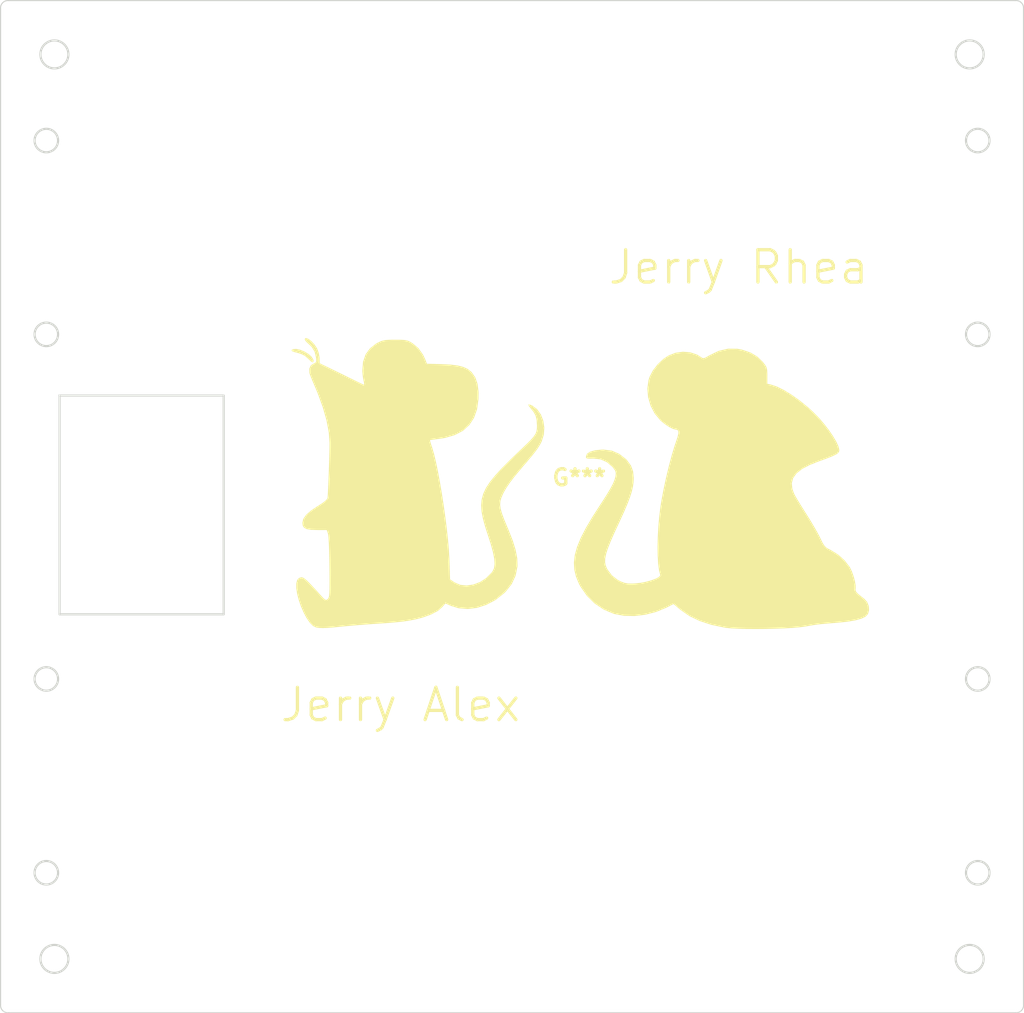
<source format=kicad_pcb>
(kicad_pcb (version 20221018) (generator pcbnew)
  (layers (0 "F.Cu" signal) (31 "B.Cu" signal) (34 "B.Paste" user) (35 "F.Paste" user) (36 "B.SilkS" user "B.Silkscreen") (37 "F.SilkS" user "F.Silkscreen") (38 "B.Mask" user) (39 "F.Mask" user) (44 "Edge.Cuts" user))
  (net 0 "")
  (footprint "jerry:jerry_himself" (layer "F.Cu") (at 78.74 114.3)
    (fp_text reference "G***" (at 0 0) (layer "F.SilkS") (effects (font (size 1.5 1.5) (thickness 0.3))))
    (fp_text value "LOGO" hide)
    (fp_poly (pts (xy -26.296939 -11.951594) (xy -25.901292 -11.871482) (xy -25.493146 -11.698064) (xy -25.121717 -11.464259) (xy -24.836221 -11.202984) (xy -24.685874 -10.947155) (xy -24.674286 -10.866318) (xy -24.702391 -10.714923) (xy -24.800817 -10.708512) (xy -24.990733 -10.8543) (xy -25.176626 -11.037552) (xy -25.452654 -11.279427) (xy -25.768255 -11.45317) (xy -26.190014 -11.590711) (xy -26.470018 -11.657778) (xy -26.682712 -11.745339) (xy -26.714538 -11.846987) (xy -26.586092 -11.927759) (xy -26.317969 -11.952694)) (fill solid) (layer "F.SilkS"))
    (fp_poly (pts (xy 14.681297 -11.965681) (xy 15.140756 -11.877617) (xy 15.913968 -11.611434) (xy 16.539976 -11.236844) (xy 17.061809 -10.727933) (xy 17.07374 -10.713451) (xy 17.279307 -10.44987) (xy 17.397543 -10.236375) (xy 17.452508 -9.997434) (xy 17.468265 -9.657513) (xy 17.468979 -9.472747) (xy 17.468979 -8.714162) (xy 17.78 -8.647622) (xy 18.337586 -8.464543) (xy 18.993804 -8.142186) (xy 19.715875 -7.701656) (xy 20.471019 -7.164061) (xy 21.226458 -6.550509) (xy 21.698436 -6.124442) (xy 22.212602 -5.603301) (xy 22.70869 -5.033298) (xy 23.164921 -4.446149) (xy 23.559515 -3.873572) (xy 23.870694 -3.347284) (xy 24.076679 -2.899004) (xy 24.155689 -2.560448) (xy 24.155918 -2.545553) (xy 24.130332 -2.405876) (xy 24.03726 -2.276401) (xy 23.852234 -2.143753) (xy 23.550784 -1.994556) (xy 23.10844 -1.815435) (xy 22.500732 -1.593015) (xy 22.253431 -1.505622) (xy 21.360732 -1.149981) (xy 20.669169 -0.777093) (xy 20.172741 -0.379036) (xy 19.865446 0.052111) (xy 19.741285 0.524269) (xy 19.794255 1.045362) (xy 19.965546 1.514492) (xy 20.085953 1.739937) (xy 20.295695 2.098522) (xy 20.570434 2.549978) (xy 20.885831 3.054035) (xy 21.076771 3.353024) (xy 21.428606 3.914231) (xy 21.774212 4.491253) (xy 22.081743 5.029178) (xy 22.319355 5.473091) (xy 22.391509 5.620137) (xy 22.587593 6.024526) (xy 22.744802 6.290383) (xy 22.908443 6.468665) (xy 23.123823 6.610331) (xy 23.391508 6.744873) (xy 24.040952 7.146185) (xy 24.63583 7.67876) (xy 25.104064 8.27678) (xy 25.147413 8.34827) (xy 25.322829 8.713303) (xy 25.480162 9.156071) (xy 25.602219 9.611564) (xy 25.671803 10.01477) (xy 25.67172 10.30068) (xy 25.668106 10.31687) (xy 25.658093 10.46377) (xy 25.724193 10.612349) (xy 25.892912 10.793388) (xy 26.190756 11.037666) (xy 26.4694 11.247341) (xy 26.738194 11.54666) (xy 26.88902 11.922589) (xy 26.917143 12.316161) (xy 26.817827 12.668408) (xy 26.602895 12.909902) (xy 26.199818 13.104014) (xy 25.631832 13.262174) (xy 24.885141 13.387396) (xy 24.000408 13.478374) (xy 23.31882 13.53371) (xy 22.798594 13.578271) (xy 22.394375 13.617418) (xy 22.060805 13.656513) (xy 21.752528 13.70092) (xy 21.42419 13.756) (xy 21.030433 13.827115) (xy 20.993877 13.833817) (xy 20.501314 13.901599) (xy 19.846514 13.958536) (xy 19.069738 14.004039) (xy 18.211244 14.037518) (xy 17.311291 14.058385) (xy 16.41014 14.066049) (xy 15.548051 14.059922) (xy 14.765282 14.039415) (xy 14.102093 14.003938) (xy 13.598743 13.952902) (xy 13.534148 13.942995) (xy 12.268602 13.677056) (xy 11.172218 13.318208) (xy 10.224953 12.858364) (xy 9.406767 12.289436) (xy 9.378541 12.266048) (xy 8.752593 11.744179) (xy 8.082623 12.087983) (xy 7.147565 12.478289) (xy 6.146019 12.736993) (xy 5.128222 12.858324) (xy 4.144411 12.836513) (xy 3.244823 12.665791) (xy 3.191401 12.649693) (xy 2.267572 12.258365) (xy 1.428021 11.691092) (xy 0.699547 10.971152) (xy 0.108949 10.121822) (xy -0.037316 9.845316) (xy -0.303272 9.203087) (xy -0.458135 8.561191) (xy -0.49711 7.900816) (xy -0.415402 7.203152) (xy -0.208216 6.44939) (xy 0.129243 5.620718) (xy 0.60177 4.698327) (xy 1.21416 3.663406) (xy 1.751826 2.82673) (xy 2.245175 2.070292) (xy 2.630179 1.457508) (xy 2.920012 0.964025) (xy 3.127852 0.565493) (xy 3.266874 0.23756) (xy 3.350253 -0.044125) (xy 3.374822 -0.172861) (xy 3.394745 -0.429237) (xy 3.337765 -0.635874) (xy 3.174047 -0.873263) (xy 3.068765 -0.998612) (xy 2.566772 -1.432126) (xy 1.97192 -1.690764) (xy 1.354861 -1.759924) (xy 0.973301 -1.750896) (xy 0.754054 -1.763917) (xy 0.652323 -1.811038) (xy 0.623315 -1.904314) (xy 0.62204 -1.957102) (xy 0.719866 -2.211338) (xy 1.003995 -2.406579) (xy 1.460402 -2.537328) (xy 2.075063 -2.598086) (xy 2.26652 -2.601778) (xy 3.017397 -2.505233) (xy 3.709423 -2.212227) (xy 4.330274 -1.728361) (xy 4.440185 -1.614213) (xy 4.80021 -1.123177) (xy 5.003716 -0.580008) (xy 5.064694 0.06201) (xy 5.047806 0.414694) (xy 4.991274 0.836391) (xy 4.883517 1.299372) (xy 4.714905 1.83048) (xy 4.475812 2.456555) (xy 4.15661 3.20444) (xy 3.747671 4.100975) (xy 3.653344 4.302449) (xy 3.231703 5.214817) (xy 2.902683 5.967513) (xy 2.660761 6.583514) (xy 2.500413 7.085798) (xy 2.416117 7.497341) (xy 2.402349 7.841121) (xy 2.453585 8.140114) (xy 2.564304 8.417296) (xy 2.633775 8.543953) (xy 3.030655 9.07373) (xy 3.538273 9.471097) (xy 3.919477 9.666346) (xy 4.21469 9.775691) (xy 4.517698 9.829941) (xy 4.903275 9.83808) (xy 5.226061 9.823351) (xy 5.719586 9.768614) (xy 6.21937 9.670024) (xy 6.687063 9.540772) (xy 7.084312 9.394051) (xy 7.37277 9.243053) (xy 7.514085 9.10097) (xy 7.516827 9.03535) (xy 7.406408 8.607182) (xy 7.329263 8.008379) (xy 7.284895 7.272888) (xy 7.272804 6.434652) (xy 7.292492 5.527615) (xy 7.343462 4.585723) (xy 7.425213 3.642919) (xy 7.537249 2.733148) (xy 7.616774 2.22898) (xy 7.815495 1.167785) (xy 8.047916 0.078226) (xy 8.301523 -0.988643) (xy 8.563801 -1.981765) (xy 8.822238 -2.850085) (xy 8.967863 -3.28323) (xy 9.133886 -3.785471) (xy 9.210817 -4.127091) (xy 9.198086 -4.334973) (xy 9.095121 -4.435998) (xy 8.94289 -4.457959) (xy 8.686462 -4.525163) (xy 8.336671 -4.704828) (xy 7.947992 -4.964031) (xy 7.574903 -5.269852) (xy 7.529639 -5.312025) (xy 7.005989 -5.938128) (xy 6.623718 -6.668167) (xy 6.393501 -7.459008) (xy 6.326013 -8.267516) (xy 6.431932 -9.050558) (xy 6.528697 -9.356184) (xy 6.839524 -9.952661) (xy 7.295062 -10.535152) (xy 7.838724 -11.039955) (xy 8.292022 -11.341229) (xy 8.93926 -11.593383) (xy 9.630882 -11.689901) (xy 10.314751 -11.633066) (xy 10.938731 -11.425163) (xy 11.287692 -11.209956) (xy 11.427934 -11.113108) (xy 11.552563 -11.087051) (xy 11.718888 -11.142885) (xy 11.984221 -11.291709) (xy 12.115009 -11.370184) (xy 12.961655 -11.773514) (xy 13.819286 -11.972382)) (fill solid) (layer "F.SilkS"))
    (fp_poly (pts (xy -25.137608 -12.877281) (xy -24.866314 -12.663722) (xy -24.592578 -12.366733) (xy -24.366745 -12.034539) (xy -24.341402 -11.987163) (xy -24.197243 -11.600138) (xy -24.117557 -11.179723) (xy -24.112683 -11.091271) (xy -24.104082 -10.62295) (xy -22.09782 -9.639842) (xy -21.50282 -9.348728) (xy -20.969869 -9.088824) (xy -20.527361 -8.873907) (xy -20.203693 -8.717756) (xy -20.027261 -8.634149) (xy -20.005009 -8.624369) (xy -19.97466 -8.690289) (xy -20.003944 -8.894324) (xy -20.02599 -8.981444) (xy -20.091107 -9.318588) (xy -20.135542 -9.737068) (xy -20.145344 -9.946871) (xy -20.07902 -10.750468) (xy -19.843999 -11.433871) (xy -19.439431 -11.998628) (xy -18.864465 -12.446283) (xy -18.72849 -12.52214) (xy -18.465127 -12.650813) (xy -18.224491 -12.733189) (xy -17.948022 -12.779381) (xy -17.57716 -12.7995) (xy -17.097993 -12.803673) (xy -16.599559 -12.8001) (xy -16.252625 -12.782093) (xy -16.001372 -12.738718) (xy -15.789981 -12.659043) (xy -15.562634 -12.532135) (xy -15.492739 -12.48926) (xy -14.934765 -12.023972) (xy -14.491868 -11.395053) (xy -14.293199 -10.962532) (xy -14.142588 -10.57282) (xy -12.799253 -10.537755) (xy -11.958138 -10.495313) (xy -11.291191 -10.411504) (xy -10.7679 -10.278119) (xy -10.357756 -10.086952) (xy -10.030246 -9.829794) (xy -9.981315 -9.77969) (xy -9.647853 -9.30077) (xy -9.438129 -8.693985) (xy -9.347806 -7.942184) (xy -9.354321 -7.30049) (xy -9.484071 -6.354649) (xy -9.767707 -5.54722) (xy -10.206136 -4.877261) (xy -10.800266 -4.343833) (xy -11.551004 -3.945995) (xy -12.459258 -3.682807) (xy -12.917902 -3.608271) (xy -13.328173 -3.554332) (xy -13.650049 -3.509933) (xy -13.836037 -3.481723) (xy -13.863001 -3.475948) (xy -13.843405 -3.379159) (xy -13.770855 -3.136028) (xy -13.660278 -2.796134) (xy -13.642066 -2.742033) (xy -13.477912 -2.180463) (xy -13.302424 -1.44552) (xy -13.120735 -0.570525) (xy -12.937975 0.411202) (xy -12.759276 1.466341) (xy -12.589769 2.561571) (xy -12.434584 3.663573) (xy -12.298854 4.739026) (xy -12.18771 5.75461) (xy -12.106282 6.677006) (xy -12.059703 7.472892) (xy -12.056931 7.551158) (xy -11.994742 9.452111) (xy -11.577391 9.7283) (xy -11.051972 9.957887) (xy -10.457265 10.021529) (xy -9.831759 9.930417) (xy -9.213938 9.695744) (xy -8.642289 9.328701) (xy -8.1553 8.84048) (xy -8.053141 8.703447) (xy -7.9159 8.411798) (xy -7.861837 8.031838) (xy -7.893442 7.543652) (xy -8.013204 6.927329) (xy -8.223614 6.162956) (xy -8.464262 5.41551) (xy -8.735676 4.577139) (xy -8.939602 3.841571) (xy -9.067861 3.187444) (xy -9.112275 2.593395) (xy -9.064665 2.038063) (xy -8.916854 1.500084) (xy -8.660663 0.958098) (xy -8.287914 0.390741) (xy -7.79043 -0.223348) (xy -7.160031 -0.905532) (xy -6.38854 -1.677172) (xy -5.467779 -2.559632) (xy -5.378945 -2.643673) (xy -4.871424 -3.128529) (xy -4.49751 -3.504897) (xy -4.237018 -3.803366) (xy -4.069766 -4.054522) (xy -3.975569 -4.288952) (xy -3.934246 -4.537243) (xy -3.925612 -4.829983) (xy -3.925675 -4.846049) (xy -3.956208 -5.367646) (xy -4.061033 -5.767677) (xy -4.268732 -6.126821) (xy -4.464812 -6.367883) (xy -4.676716 -6.639063) (xy -4.728529 -6.784816) (xy -4.621102 -6.801971) (xy -4.37627 -6.698307) (xy -3.908762 -6.346124) (xy -3.558071 -5.85739) (xy -3.332455 -5.272212) (xy -3.240174 -4.630696) (xy -3.289487 -3.972949) (xy -3.488655 -3.339079) (xy -3.629506 -3.072089) (xy -3.768718 -2.847098) (xy -3.906053 -2.64036) (xy -4.064236 -2.422996) (xy -4.265989 -2.166126) (xy -4.534038 -1.84087) (xy -4.891105 -1.418349) (xy -5.359916 -0.869681) (xy -5.391021 -0.833371) (xy -5.967095 -0.14273) (xy -6.415032 0.438484) (xy -6.757912 0.942706) (xy -7.018819 1.402375) (xy -7.098442 1.566025) (xy -7.238923 1.900727) (xy -7.322599 2.209193) (xy -7.344162 2.524941) (xy -7.2983 2.881489) (xy -7.179705 3.312354) (xy -6.983068 3.851055) (xy -6.703077 4.531109) (xy -6.584977 4.807398) (xy -6.177131 5.83782) (xy -5.901463 6.729448) (xy -5.753727 7.499632) (xy -5.729676 8.16572) (xy -5.737541 8.269409) (xy -5.910873 9.12292) (xy -6.267452 9.889317) (xy -6.814868 10.583635) (xy -6.993969 10.758462) (xy -7.775117 11.369371) (xy -8.615107 11.818815) (xy -9.48636 12.100314) (xy -10.361299 12.207386) (xy -11.212346 12.133553) (xy -11.916451 11.915145) (xy -12.43487 11.692127) (xy -12.710532 12.019732) (xy -13.130238 12.384237) (xy -13.738084 12.711557) (xy -14.516814 12.992885) (xy -14.741402 13.056404) (xy -15.239208 13.178378) (xy -15.76257 13.280202) (xy -16.347612 13.36646) (xy -17.030461 13.441732) (xy -17.847239 13.5106) (xy -18.834074 13.577644) (xy -18.868572 13.579792) (xy -19.603 13.629545) (xy -20.399414 13.690371) (xy -21.179156 13.75584) (xy -21.863566 13.819523) (xy -22.10389 13.844215) (xy -22.819725 13.916225) (xy -23.368246 13.95972) (xy -23.78733 13.975995) (xy -24.114855 13.966345) (xy -24.388699 13.932062) (xy -24.433049 13.923797) (xy -24.726694 13.777664) (xy -25.027322 13.47368) (xy -25.322461 13.046346) (xy -25.599635 12.53016) (xy -25.846373 11.959623) (xy -26.0502 11.369235) (xy -26.198642 10.793495) (xy -26.279227 10.266904) (xy -26.279479 9.82396) (xy -26.186927 9.499164) (xy -26.078434 9.37296) (xy -25.942406 9.286644) (xy -25.811824 9.25104) (xy -25.665826 9.281542) (xy -25.483551 9.393546) (xy -25.244141 9.602446) (xy -24.926735 9.923638) (xy -24.510473 10.372515) (xy -24.079162 10.84842) (xy -23.804363 11.147142) (xy -23.627904 11.311774) (xy -23.511675 11.364347) (xy -23.417567 11.326892) (xy -23.353447 11.267954) (xy -23.298582 11.197951) (xy -23.256387 11.094928) (xy -23.225564 10.934336) (xy -23.204819 10.691627) (xy -23.192855 10.342252) (xy -23.188374 9.861664) (xy -23.190082 9.225313) (xy -23.196682 8.408651) (xy -23.197563 8.315965) (xy -23.20955 7.492046) (xy -23.22829 6.754161) (xy -23.252625 6.128446) (xy -23.281397 5.641037) (xy -23.313447 5.318071) (xy -23.335194 5.209592) (xy -23.446285 4.872653) (xy -24.348238 4.872653) (xy -24.919269 4.852945) (xy -25.313454 4.784709) (xy -25.558343 4.654277) (xy -25.681484 4.447978) (xy -25.711021 4.196504) (xy -25.628366 3.837623) (xy -25.373761 3.468319) (xy -24.937244 3.077863) (xy -24.308852 2.655528) (xy -24.243523 2.616172) (xy -23.820108 2.342611) (xy -23.524845 2.108623) (xy -23.385529 1.936677) (xy -23.379868 1.917959) (xy -23.362808 1.748761) (xy -23.341804 1.408114) (xy -23.318179 0.93185) (xy -23.293255 0.355799) (xy -23.268355 -0.284206) (xy -23.244802 -0.952335) (xy -23.223917 -1.612756) (xy -23.207024 -2.229638) (xy -23.195445 -2.767149) (xy -23.190504 -3.189459) (xy -23.19044 -3.213877) (xy -23.261103 -4.201657) (xy -23.472981 -5.316718) (xy -23.82092 -6.539476) (xy -24.299766 -7.850349) (xy -24.595598 -8.553061) (xy -24.778481 -8.980308) (xy -24.931542 -9.358) (xy -25.033016 -9.631438) (xy -25.058928 -9.717472) (xy -25.07141 -10.108931) (xy -24.92934 -10.417595) (xy -24.681362 -10.587762) (xy -24.496008 -10.670868) (xy -24.422312 -10.792536) (xy -24.427956 -11.024787) (xy -24.440109 -11.125383) (xy -24.57542 -11.685189) (xy -24.841214 -12.125325) (xy -25.141455 -12.41099) (xy -25.390619 -12.647669) (xy -25.49693 -12.833757) (xy -25.449837 -12.9423) (xy -25.356118 -12.959184)) (fill solid) (layer "F.SilkS"))
  )
  (gr_circle (center 29.25 83) (end 30.3422 83) (stroke (width 0.2)) (fill none) (layer "Edge.Cuts"))
  (gr_line (start 119.25 70) (end 25.75 70) (stroke (width 0.1)) (layer "Edge.Cuts"))
  (gr_circle (center 30 159) (end 31.3 159) (stroke (width 0.2)) (fill none) (layer "Edge.Cuts"))
  (gr_arc (start 25 70.75) (mid 25.200134 70.200134) (end 25.75 70) (stroke (width 0.1)) (layer "Edge.Cuts"))
  (gr_circle (center 29.25 133) (end 30.3422 133) (stroke (width 0.2)) (fill none) (layer "Edge.Cuts"))
  (gr_line (start 25.75 164) (end 119.25 164) (stroke (width 0.1)) (layer "Edge.Cuts"))
  (gr_circle (center 115 75) (end 116.3 75) (stroke (width 0.2)) (fill none) (layer "Edge.Cuts"))
  (gr_circle (center 30 75) (end 31.3 75) (stroke (width 0.2)) (fill none) (layer "Edge.Cuts"))
  (gr_circle (center 115.75 83) (end 116.8422 83) (stroke (width 0.2)) (fill none) (layer "Edge.Cuts"))
  (gr_circle (center 29.25 151) (end 30.3422 151) (stroke (width 0.2)) (fill none) (layer "Edge.Cuts"))
  (gr_line (start 25 70.75) (end 25 163.25) (stroke (width 0.1)) (layer "Edge.Cuts"))
  (gr_rect (start 30.48 106.68) (end 45.72 127) (stroke (width 0.2)) (fill none) (layer "Edge.Cuts"))
  (gr_arc (start 120 163.25) (mid 119.799866 163.799866) (end 119.25 164) (stroke (width 0.1)) (layer "Edge.Cuts"))
  (gr_circle (center 115 159) (end 116.3 159) (stroke (width 0.2)) (fill none) (layer "Edge.Cuts"))
  (gr_circle (center 29.25 101) (end 30.3422 101) (stroke (width 0.2)) (fill none) (layer "Edge.Cuts"))
  (gr_arc (start 119.25 70) (mid 119.799866 70.200134) (end 120 70.75) (stroke (width 0.1)) (layer "Edge.Cuts"))
  (gr_line (start 120 163.25) (end 120 70.75) (stroke (width 0.1)) (layer "Edge.Cuts"))
  (gr_arc (start 25.75 164) (mid 25.200134 163.799866) (end 25 163.25) (stroke (width 0.1)) (layer "Edge.Cuts"))
  (gr_circle (center 115.75 151) (end 116.8422 151) (stroke (width 0.2)) (fill none) (layer "Edge.Cuts"))
  (gr_circle (center 115.75 101) (end 116.8422 101) (stroke (width 0.2)) (fill none) (layer "Edge.Cuts"))
  (gr_circle (center 115.75 133) (end 116.8422 133) (stroke (width 0.2)) (fill none) (layer "Edge.Cuts"))
  (gr_text "Jerry Rhea" (at 81.28 96.52) (layer "F.SilkS") (effects (font (size 3 3) (thickness 0.3) bold) (justify left bottom)))
  (gr_text "Jerry Alex" (at 50.8 137.16) (layer "F.SilkS") (effects (font (size 3 3) (thickness 0.3) bold) (justify left bottom)))
)
</source>
